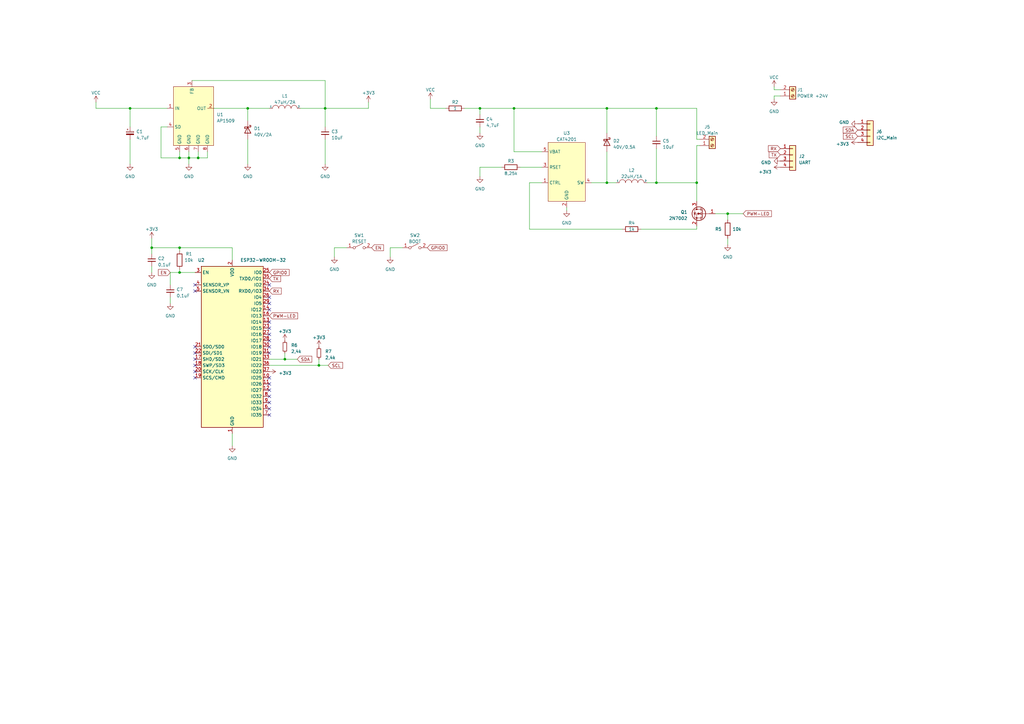
<source format=kicad_sch>
(kicad_sch (version 20210615) (generator eeschema)
  (paper "A3")
  (title_block (date "2021-05-10"))
  (lib_symbols
    (symbol "Connector:Screw_Terminal_01x02" (pin_names (offset 1.016) hide)
      (property "Reference" "J" (at 0 2.54 0))
      (property "Value" "Screw_Terminal_01x02" (at 0 -5.08 0))
      (symbol "Screw_Terminal_01x02_1_1"
        (circle (center 0 -2.54) (radius 0.635) (stroke (width 0.1524)))
        (circle (center 0 0) (radius 0.635) (stroke (width 0.1524)))
        (rectangle (start -1.27 1.27) (end 1.27 -3.81) (stroke (width 0.254)) (fill (type background)))
        (polyline (pts (xy -0.5334 -2.2098) (xy 0.3302 -3.048)) (stroke (width 0.1524)))
        (polyline (pts (xy -0.5334 0.3302) (xy 0.3302 -0.508)) (stroke (width 0.1524)))
        (polyline (pts (xy -0.3556 -2.032) (xy 0.508 -2.8702)) (stroke (width 0.1524)))
        (polyline (pts (xy -0.3556 0.508) (xy 0.508 -0.3302)) (stroke (width 0.1524)))
        (pin passive line (at -5.08 0 0) (length 3.81) (name "Pin_1") (number "1"))
        (pin passive line (at -5.08 -2.54 0) (length 3.81) (name "Pin_2") (number "2"))
      )
    )
    (symbol "Connector_Generic:Conn_01x04" (pin_names (offset 1.016) hide)
      (property "Reference" "J" (at 0 5.08 0))
      (property "Value" "Conn_01x04" (at 0 -7.62 0))
      (symbol "Conn_01x04_1_1"
        (rectangle (start -1.27 -4.953) (end 0 -5.207) (stroke (width 0.1524)))
        (rectangle (start -1.27 -2.413) (end 0 -2.667) (stroke (width 0.1524)))
        (rectangle (start -1.27 0.127) (end 0 -0.127) (stroke (width 0.1524)))
        (rectangle (start -1.27 2.667) (end 0 2.413) (stroke (width 0.1524)))
        (rectangle (start -1.27 3.81) (end 1.27 -6.35) (stroke (width 0.254)) (fill (type background)))
        (pin passive line (at -5.08 2.54 0) (length 3.81) (name "Pin_1") (number "1"))
        (pin passive line (at -5.08 0 0) (length 3.81) (name "Pin_2") (number "2"))
        (pin passive line (at -5.08 -2.54 0) (length 3.81) (name "Pin_3") (number "3"))
        (pin passive line (at -5.08 -5.08 0) (length 3.81) (name "Pin_4") (number "4"))
      )
    )
    (symbol "Device:C_Polarized_Small" (pin_numbers hide) (pin_names (offset 0.254) hide)
      (property "Reference" "C" (at 0.254 1.778 0))
      (property "Value" "C_Polarized_Small" (at 0.254 -2.032 0))
      (symbol "C_Polarized_Small_0_1"
        (rectangle (start -1.524 0.6858) (end 1.524 0.3048))
        (rectangle (start -1.524 -0.3048) (end 1.524 -0.6858) (fill (type outline)))
        (polyline (pts (xy -1.27 1.524) (xy -0.762 1.524)))
        (polyline (pts (xy -1.016 1.27) (xy -1.016 1.778)))
      )
      (symbol "C_Polarized_Small_1_1"
        (pin passive line (at 0 2.54 270) (length 1.8542) (name "~") (number "1"))
        (pin passive line (at 0 -2.54 90) (length 1.8542) (name "~") (number "2"))
      )
    )
    (symbol "Device:C_Small" (pin_numbers hide) (pin_names (offset 0.254) hide)
      (property "Reference" "C" (at 0.254 1.778 0))
      (property "Value" "C_Small" (at 0.254 -2.032 0))
      (symbol "C_Small_0_1"
        (polyline (pts (xy -1.524 -0.508) (xy 1.524 -0.508)) (stroke (width 0.3302)))
        (polyline (pts (xy -1.524 0.508) (xy 1.524 0.508)) (stroke (width 0.3048)))
      )
      (symbol "C_Small_1_1"
        (pin passive line (at 0 2.54 270) (length 2.032) (name "~") (number "1"))
        (pin passive line (at 0 -2.54 90) (length 2.032) (name "~") (number "2"))
      )
    )
    (symbol "Device:D_Schottky" (pin_numbers hide) (pin_names (offset 1.016) hide)
      (property "Reference" "D" (at 0 2.54 0))
      (property "Value" "D_Schottky" (at 0 -2.54 0))
      (symbol "D_Schottky_0_1"
        (polyline (pts (xy 1.27 0) (xy -1.27 0)))
        (polyline (pts (xy 1.27 1.27) (xy 1.27 -1.27) (xy -1.27 0) (xy 1.27 1.27)) (stroke (width 0.254)))
        (polyline (pts (xy -1.905 0.635) (xy -1.905 1.27) (xy -1.27 1.27) (xy -1.27 -1.27) (xy -0.635 -1.27) (xy -0.635 -0.635)) (stroke (width 0.254)))
      )
      (symbol "D_Schottky_1_1"
        (pin passive line (at -3.81 0 0) (length 2.54) (name "K") (number "1"))
        (pin passive line (at 3.81 0 180) (length 2.54) (name "A") (number "2"))
      )
    )
    (symbol "Device:R" (pin_numbers hide) (pin_names (offset 0))
      (property "Reference" "R" (at 2.032 0 90))
      (property "Value" "R" (at 0 0 90))
      (symbol "R_0_1"
        (rectangle (start -1.016 -2.54) (end 1.016 2.54) (stroke (width 0.254)))
      )
      (symbol "R_1_1"
        (pin passive line (at 0 3.81 270) (length 1.27) (name "~") (number "1"))
        (pin passive line (at 0 -3.81 90) (length 1.27) (name "~") (number "2"))
      )
    )
    (symbol "Device:R_Small" (pin_numbers hide) (pin_names (offset 0.254) hide)
      (property "Reference" "R" (at 0.762 0.508 0))
      (property "Value" "R_Small" (at 0.762 -1.016 0))
      (symbol "R_Small_0_1"
        (rectangle (start -0.762 1.778) (end 0.762 -1.778) (stroke (width 0.2032)))
      )
      (symbol "R_Small_1_1"
        (pin passive line (at 0 2.54 270) (length 0.762) (name "~") (number "1"))
        (pin passive line (at 0 -2.54 90) (length 0.762) (name "~") (number "2"))
      )
    )
    (symbol "Fred:AP1509"
      (property "Reference" "U" (at 1.27 25.4 0))
      (property "Value" "AP1509" (at 17.78 25.4 0))
      (symbol "AP1509_0_1"
        (rectangle (start 1.27 24.13) (end 17.78 0) (stroke (width 0.1524)) (fill (type background)))
      )
      (symbol "AP1509_1_1"
        (pin input line (at -1.27 15.24 0) (length 2.54) (name "IN") (number "1"))
        (pin input line (at 17.78 15.24 180) (length 2.54) (name "OUT") (number "2"))
        (pin input line (at 8.89 26.67 270) (length 2.54) (name "FB") (number "3"))
        (pin input line (at -1.27 7.62 0) (length 2.54) (name "SD") (number "4"))
        (pin input line (at 3.81 -2.54 90) (length 2.54) (name "GND") (number "5"))
        (pin input line (at 7.62 -2.54 90) (length 2.54) (name "GND") (number "6"))
        (pin input line (at 11.43 -2.54 90) (length 2.54) (name "GND") (number "7"))
        (pin input line (at 15.24 -2.54 90) (length 2.54) (name "GND") (number "8"))
      )
    )
    (symbol "Fred:CAT4201"
      (property "Reference" "U" (at 0 25.4 0))
      (property "Value" "CAT4201" (at 15.24 25.4 0))
      (symbol "CAT4201_0_1"
        (rectangle (start 0 0) (end 15.24 24.13) (stroke (width 0.1524)) (fill (type background)))
      )
      (symbol "CAT4201_1_1"
        (pin input line (at -2.54 7.62 0) (length 2.54) (name "CTRL") (number "1"))
        (pin input line (at 7.62 -2.54 90) (length 2.54) (name "GND") (number "2"))
        (pin input line (at -2.54 13.97 0) (length 2.54) (name "RSET") (number "3"))
        (pin input line (at 17.78 7.62 180) (length 2.54) (name "SW") (number "4"))
        (pin input line (at -2.54 20.32 0) (length 2.54) (name "VBAT") (number "5"))
      )
    )
    (symbol "RF_Module:ESP32-WROOM-32"
      (property "Reference" "U" (at -12.7 34.29 0))
      (property "Value" "ESP32-WROOM-32" (at 1.27 34.29 0))
      (symbol "ESP32-WROOM-32_0_1"
        (rectangle (start -12.7 33.02) (end 12.7 -33.02) (stroke (width 0.254)) (fill (type background)))
      )
      (symbol "ESP32-WROOM-32_1_1"
        (pin power_in line (at 0 -35.56 90) (length 2.54) (name "GND") (number "1"))
        (pin bidirectional line (at 15.24 -12.7 180) (length 2.54) (name "IO25") (number "10"))
        (pin bidirectional line (at 15.24 -15.24 180) (length 2.54) (name "IO26") (number "11"))
        (pin bidirectional line (at 15.24 -17.78 180) (length 2.54) (name "IO27") (number "12"))
        (pin bidirectional line (at 15.24 10.16 180) (length 2.54) (name "IO14") (number "13"))
        (pin bidirectional line (at 15.24 15.24 180) (length 2.54) (name "IO12") (number "14"))
        (pin passive line (at 0 -35.56 90) (length 2.54) hide (name "GND") (number "15"))
        (pin bidirectional line (at 15.24 12.7 180) (length 2.54) (name "IO13") (number "16"))
        (pin bidirectional line (at -15.24 -5.08 0) (length 2.54) (name "SHD/SD2") (number "17"))
        (pin bidirectional line (at -15.24 -7.62 0) (length 2.54) (name "SWP/SD3") (number "18"))
        (pin bidirectional line (at -15.24 -12.7 0) (length 2.54) (name "SCS/CMD") (number "19"))
        (pin power_in line (at 0 35.56 270) (length 2.54) (name "VDD") (number "2"))
        (pin bidirectional line (at -15.24 -10.16 0) (length 2.54) (name "SCK/CLK") (number "20"))
        (pin bidirectional line (at -15.24 0 0) (length 2.54) (name "SDO/SD0") (number "21"))
        (pin bidirectional line (at -15.24 -2.54 0) (length 2.54) (name "SDI/SD1") (number "22"))
        (pin bidirectional line (at 15.24 7.62 180) (length 2.54) (name "IO15") (number "23"))
        (pin bidirectional line (at 15.24 25.4 180) (length 2.54) (name "IO2") (number "24"))
        (pin bidirectional line (at 15.24 30.48 180) (length 2.54) (name "IO0") (number "25"))
        (pin bidirectional line (at 15.24 20.32 180) (length 2.54) (name "IO4") (number "26"))
        (pin bidirectional line (at 15.24 5.08 180) (length 2.54) (name "IO16") (number "27"))
        (pin bidirectional line (at 15.24 2.54 180) (length 2.54) (name "IO17") (number "28"))
        (pin bidirectional line (at 15.24 17.78 180) (length 2.54) (name "IO5") (number "29"))
        (pin input line (at -15.24 30.48 0) (length 2.54) (name "EN") (number "3"))
        (pin bidirectional line (at 15.24 0 180) (length 2.54) (name "IO18") (number "30"))
        (pin bidirectional line (at 15.24 -2.54 180) (length 2.54) (name "IO19") (number "31"))
        (pin no_connect line (at -12.7 -27.94 0) (length 2.54) hide (name "NC") (number "32"))
        (pin bidirectional line (at 15.24 -5.08 180) (length 2.54) (name "IO21") (number "33"))
        (pin bidirectional line (at 15.24 22.86 180) (length 2.54) (name "RXD0/IO3") (number "34"))
        (pin bidirectional line (at 15.24 27.94 180) (length 2.54) (name "TXD0/IO1") (number "35"))
        (pin bidirectional line (at 15.24 -7.62 180) (length 2.54) (name "IO22") (number "36"))
        (pin bidirectional line (at 15.24 -10.16 180) (length 2.54) (name "IO23") (number "37"))
        (pin passive line (at 0 -35.56 90) (length 2.54) hide (name "GND") (number "38"))
        (pin passive line (at 0 -35.56 90) (length 2.54) hide (name "GND") (number "39"))
        (pin input line (at -15.24 25.4 0) (length 2.54) (name "SENSOR_VP") (number "4"))
        (pin input line (at -15.24 22.86 0) (length 2.54) (name "SENSOR_VN") (number "5"))
        (pin input line (at 15.24 -25.4 180) (length 2.54) (name "IO34") (number "6"))
        (pin input line (at 15.24 -27.94 180) (length 2.54) (name "IO35") (number "7"))
        (pin bidirectional line (at 15.24 -20.32 180) (length 2.54) (name "IO32") (number "8"))
        (pin bidirectional line (at 15.24 -22.86 180) (length 2.54) (name "IO33") (number "9"))
      )
    )
    (symbol "Switch:SW_SPST" (pin_names (offset 0) hide)
      (property "Reference" "SW" (at 0 3.175 0))
      (property "Value" "SW_SPST" (at 0 -2.54 0))
      (symbol "SW_SPST_0_0"
        (circle (center -2.032 0) (radius 0.508))
        (circle (center 2.032 0) (radius 0.508))
        (polyline (pts (xy -1.524 0.254) (xy 1.524 1.778)))
      )
      (symbol "SW_SPST_1_1"
        (pin passive line (at -5.08 0 0) (length 2.54) (name "A") (number "1"))
        (pin passive line (at 5.08 0 180) (length 2.54) (name "B") (number "2"))
      )
    )
    (symbol "Transistor_FET:2N7002" (pin_names hide)
      (property "Reference" "Q" (at 5.08 1.905 0))
      (property "Value" "2N7002" (at 5.08 0 0))
      (symbol "2N7002_0_1"
        (circle (center 1.651 0) (radius 2.794) (stroke (width 0.254)))
        (circle (center 2.54 -1.778) (radius 0.254) (fill (type outline)))
        (circle (center 2.54 1.778) (radius 0.254) (fill (type outline)))
        (polyline (pts (xy 0.254 0) (xy -2.54 0)))
        (polyline (pts (xy 0.254 1.905) (xy 0.254 -1.905)) (stroke (width 0.254)))
        (polyline (pts (xy 0.762 -1.27) (xy 0.762 -2.286)) (stroke (width 0.254)))
        (polyline (pts (xy 0.762 0.508) (xy 0.762 -0.508)) (stroke (width 0.254)))
        (polyline (pts (xy 0.762 2.286) (xy 0.762 1.27)) (stroke (width 0.254)))
        (polyline (pts (xy 2.54 2.54) (xy 2.54 1.778)))
        (polyline (pts (xy 2.54 -2.54) (xy 2.54 0) (xy 0.762 0)))
        (polyline (pts (xy 0.762 -1.778) (xy 3.302 -1.778) (xy 3.302 1.778) (xy 0.762 1.778)))
        (polyline (pts (xy 2.794 0.508) (xy 2.921 0.381) (xy 3.683 0.381) (xy 3.81 0.254)))
        (polyline (pts (xy 3.302 0.381) (xy 2.921 -0.254) (xy 3.683 -0.254) (xy 3.302 0.381)))
        (polyline (pts (xy 1.016 0) (xy 2.032 0.381) (xy 2.032 -0.381) (xy 1.016 0)) (fill (type outline)))
      )
      (symbol "2N7002_1_1"
        (pin input line (at -5.08 0 0) (length 2.54) (name "G") (number "1"))
        (pin passive line (at 2.54 -5.08 90) (length 2.54) (name "S") (number "2"))
        (pin passive line (at 2.54 5.08 270) (length 2.54) (name "D") (number "3"))
      )
    )
    (symbol "power:+3V3" (power) (pin_names (offset 0))
      (property "Value" "+3V3" (at 0 3.556 0))
      (symbol "+3V3_0_1"
        (polyline (pts (xy -0.762 1.27) (xy 0 2.54)))
        (polyline (pts (xy 0 0) (xy 0 2.54)))
        (polyline (pts (xy 0 2.54) (xy 0.762 1.27)))
      )
      (symbol "+3V3_1_1"
        (pin power_in line (at 0 0 90) (length 0) hide (name "+3V3") (number "1"))
      )
    )
    (symbol "power:GND" (power) (pin_names (offset 0))
      (property "Value" "GND" (at 0 -3.81 0))
      (symbol "GND_0_1"
        (polyline (pts (xy 0 0) (xy 0 -1.27) (xy 1.27 -1.27) (xy 0 -2.54) (xy -1.27 -1.27) (xy 0 -1.27)))
      )
      (symbol "GND_1_1"
        (pin power_in line (at 0 0 270) (length 0) hide (name "GND") (number "1"))
      )
    )
    (symbol "power:VCC" (power) (pin_names (offset 0))
      (property "Value" "VCC" (at 0 3.81 0))
      (symbol "VCC_0_1"
        (polyline (pts (xy -0.762 1.27) (xy 0 2.54)))
        (polyline (pts (xy 0 0) (xy 0 2.54)))
        (polyline (pts (xy 0 2.54) (xy 0.762 1.27)))
      )
      (symbol "VCC_1_1"
        (pin power_in line (at 0 0 90) (length 0) hide (name "VCC") (number "1"))
      )
    )
    (symbol "pspice:INDUCTOR" (pin_numbers hide) (pin_names (offset 0))
      (property "Reference" "L" (at 0 2.54 0))
      (property "Value" "INDUCTOR" (at 0 -1.27 0))
      (symbol "INDUCTOR_0_1"
        (arc (start -2.54 0) (end -5.08 0) (radius (at -3.81 0) (length 1.27) (angles 0.1 179.9)))
        (arc (start 0 0) (end -2.54 0) (radius (at -1.27 0) (length 1.27) (angles 0.1 179.9)))
        (arc (start 2.54 0) (end 0 0) (radius (at 1.27 0) (length 1.27) (angles 0.1 179.9)))
        (arc (start 5.08 0) (end 2.54 0) (radius (at 3.81 0) (length 1.27) (angles 0.1 179.9)))
      )
      (symbol "INDUCTOR_1_1"
        (pin input line (at -6.35 0 0) (length 1.27) (name "1") (number "1"))
        (pin input line (at 6.35 0 180) (length 1.27) (name "2") (number "2"))
      )
    )
  )
  (junction (at 53.34 44.45) (diameter 0.9144))
  (junction (at 62.23 101.6) (diameter 0.9144))
  (junction (at 73.66 64.77) (diameter 0.9144))
  (junction (at 73.66 101.6) (diameter 0.9144))
  (junction (at 73.66 111.76) (diameter 0.9144))
  (junction (at 77.47 64.77) (diameter 0.9144))
  (junction (at 81.28 64.77) (diameter 0.9144))
  (junction (at 101.6 44.45) (diameter 0.9144))
  (junction (at 116.84 147.32) (diameter 0.9144))
  (junction (at 130.81 149.86) (diameter 0.9144))
  (junction (at 133.35 44.45) (diameter 0.9144))
  (junction (at 196.85 44.45) (diameter 0.9144))
  (junction (at 210.82 44.45) (diameter 0.9144))
  (junction (at 248.92 44.45) (diameter 0.9144))
  (junction (at 248.92 74.93) (diameter 0.9144))
  (junction (at 269.24 44.45) (diameter 0.9144))
  (junction (at 269.24 74.93) (diameter 0.9144))
  (junction (at 285.75 74.93) (diameter 0.9144))
  (junction (at 298.45 87.63) (diameter 0.9144))
  (no_connect (at 80.01 116.84))
  (no_connect (at 80.01 119.38))
  (no_connect (at 80.01 142.24))
  (no_connect (at 80.01 144.78))
  (no_connect (at 80.01 147.32))
  (no_connect (at 80.01 149.86))
  (no_connect (at 80.01 152.4))
  (no_connect (at 80.01 154.94))
  (no_connect (at 110.49 116.84))
  (no_connect (at 110.49 121.92))
  (no_connect (at 110.49 124.46))
  (no_connect (at 110.49 127))
  (no_connect (at 110.49 132.08))
  (no_connect (at 110.49 134.62))
  (no_connect (at 110.49 137.16))
  (no_connect (at 110.49 139.7))
  (no_connect (at 110.49 142.24))
  (no_connect (at 110.49 144.78))
  (no_connect (at 110.49 154.94))
  (no_connect (at 110.49 157.48))
  (no_connect (at 110.49 160.02))
  (no_connect (at 110.49 162.56))
  (no_connect (at 110.49 165.1))
  (no_connect (at 110.49 167.64))
  (no_connect (at 110.49 170.18))
  (wire (pts (xy 39.37 41.91) (xy 39.37 44.45)))
  (wire (pts (xy 39.37 44.45) (xy 53.34 44.45)))
  (wire (pts (xy 53.34 44.45) (xy 53.34 52.07)))
  (wire (pts (xy 53.34 57.15) (xy 53.34 67.31)))
  (wire (pts (xy 62.23 97.79) (xy 62.23 101.6)))
  (wire (pts (xy 62.23 101.6) (xy 62.23 104.14)))
  (wire (pts (xy 62.23 109.22) (xy 62.23 111.76)))
  (wire (pts (xy 66.04 52.07) (xy 66.04 64.77)))
  (wire (pts (xy 66.04 64.77) (xy 73.66 64.77)))
  (wire (pts (xy 68.58 44.45) (xy 53.34 44.45)))
  (wire (pts (xy 68.58 52.07) (xy 66.04 52.07)))
  (wire (pts (xy 69.85 111.76) (xy 73.66 111.76)))
  (wire (pts (xy 69.85 116.84) (xy 69.85 111.76)))
  (wire (pts (xy 69.85 121.92) (xy 69.85 124.46)))
  (wire (pts (xy 73.66 62.23) (xy 73.66 64.77)))
  (wire (pts (xy 73.66 64.77) (xy 77.47 64.77)))
  (wire (pts (xy 73.66 101.6) (xy 62.23 101.6)))
  (wire (pts (xy 73.66 102.87) (xy 73.66 101.6)))
  (wire (pts (xy 73.66 111.76) (xy 73.66 110.49)))
  (wire (pts (xy 77.47 62.23) (xy 77.47 64.77)))
  (wire (pts (xy 77.47 64.77) (xy 77.47 67.31)))
  (wire (pts (xy 77.47 64.77) (xy 81.28 64.77)))
  (wire (pts (xy 78.74 33.02) (xy 133.35 33.02)))
  (wire (pts (xy 80.01 111.76) (xy 73.66 111.76)))
  (wire (pts (xy 81.28 62.23) (xy 81.28 64.77)))
  (wire (pts (xy 85.09 62.23) (xy 85.09 64.77)))
  (wire (pts (xy 85.09 64.77) (xy 81.28 64.77)))
  (wire (pts (xy 87.63 44.45) (xy 101.6 44.45)))
  (wire (pts (xy 95.25 101.6) (xy 73.66 101.6)))
  (wire (pts (xy 95.25 106.68) (xy 95.25 101.6)))
  (wire (pts (xy 95.25 177.8) (xy 95.25 182.88)))
  (wire (pts (xy 101.6 44.45) (xy 101.6 49.53)))
  (wire (pts (xy 101.6 44.45) (xy 110.49 44.45)))
  (wire (pts (xy 101.6 57.15) (xy 101.6 67.31)))
  (wire (pts (xy 110.49 147.32) (xy 116.84 147.32)))
  (wire (pts (xy 110.49 149.86) (xy 130.81 149.86)))
  (wire (pts (xy 116.84 144.78) (xy 116.84 147.32)))
  (wire (pts (xy 116.84 147.32) (xy 121.92 147.32)))
  (wire (pts (xy 123.19 44.45) (xy 133.35 44.45)))
  (wire (pts (xy 130.81 147.32) (xy 130.81 149.86)))
  (wire (pts (xy 130.81 149.86) (xy 134.62 149.86)))
  (wire (pts (xy 133.35 33.02) (xy 133.35 44.45)))
  (wire (pts (xy 133.35 44.45) (xy 133.35 52.07)))
  (wire (pts (xy 133.35 57.15) (xy 133.35 67.31)))
  (wire (pts (xy 137.16 101.6) (xy 142.24 101.6)))
  (wire (pts (xy 137.16 105.41) (xy 137.16 101.6)))
  (wire (pts (xy 151.13 41.91) (xy 151.13 44.45)))
  (wire (pts (xy 151.13 44.45) (xy 133.35 44.45)))
  (wire (pts (xy 160.02 101.6) (xy 165.1 101.6)))
  (wire (pts (xy 160.02 105.41) (xy 160.02 101.6)))
  (wire (pts (xy 176.53 40.64) (xy 176.53 44.45)))
  (wire (pts (xy 176.53 44.45) (xy 182.88 44.45)))
  (wire (pts (xy 190.5 44.45) (xy 196.85 44.45)))
  (wire (pts (xy 196.85 44.45) (xy 196.85 46.99)))
  (wire (pts (xy 196.85 52.07) (xy 196.85 54.61)))
  (wire (pts (xy 196.85 68.58) (xy 196.85 72.39)))
  (wire (pts (xy 196.85 68.58) (xy 205.74 68.58)))
  (wire (pts (xy 210.82 44.45) (xy 196.85 44.45)))
  (wire (pts (xy 210.82 62.23) (xy 210.82 44.45)))
  (wire (pts (xy 213.36 68.58) (xy 222.25 68.58)))
  (wire (pts (xy 217.17 74.93) (xy 222.25 74.93)))
  (wire (pts (xy 217.17 93.98) (xy 217.17 74.93)))
  (wire (pts (xy 222.25 62.23) (xy 210.82 62.23)))
  (wire (pts (xy 232.41 85.09) (xy 232.41 86.36)))
  (wire (pts (xy 242.57 74.93) (xy 248.92 74.93)))
  (wire (pts (xy 248.92 44.45) (xy 210.82 44.45)))
  (wire (pts (xy 248.92 44.45) (xy 269.24 44.45)))
  (wire (pts (xy 248.92 54.61) (xy 248.92 44.45)))
  (wire (pts (xy 248.92 74.93) (xy 248.92 62.23)))
  (wire (pts (xy 248.92 74.93) (xy 252.73 74.93)))
  (wire (pts (xy 255.27 93.98) (xy 217.17 93.98)))
  (wire (pts (xy 265.43 74.93) (xy 269.24 74.93)))
  (wire (pts (xy 269.24 44.45) (xy 285.75 44.45)))
  (wire (pts (xy 269.24 55.88) (xy 269.24 44.45)))
  (wire (pts (xy 269.24 60.96) (xy 269.24 74.93)))
  (wire (pts (xy 269.24 74.93) (xy 285.75 74.93)))
  (wire (pts (xy 285.75 44.45) (xy 285.75 57.15)))
  (wire (pts (xy 285.75 59.69) (xy 285.75 74.93)))
  (wire (pts (xy 285.75 74.93) (xy 285.75 82.55)))
  (wire (pts (xy 285.75 92.71) (xy 285.75 93.98)))
  (wire (pts (xy 285.75 93.98) (xy 262.89 93.98)))
  (wire (pts (xy 287.02 57.15) (xy 285.75 57.15)))
  (wire (pts (xy 287.02 59.69) (xy 285.75 59.69)))
  (wire (pts (xy 293.37 87.63) (xy 298.45 87.63)))
  (wire (pts (xy 298.45 87.63) (xy 298.45 90.17)))
  (wire (pts (xy 298.45 87.63) (xy 304.8 87.63)))
  (wire (pts (xy 298.45 97.79) (xy 298.45 100.33)))
  (wire (pts (xy 317.5 36.83) (xy 317.5 35.56)))
  (wire (pts (xy 317.5 39.37) (xy 320.04 39.37)))
  (wire (pts (xy 317.5 40.64) (xy 317.5 39.37)))
  (wire (pts (xy 320.04 36.83) (xy 317.5 36.83)))
  (global_label "EN" (shape input) (at 69.85 111.76 180) (property "Intersheet References" "${INTERSHEET_REFS}" (effects hide)))
  (global_label "GPIO0" (shape input) (at 110.49 111.76 0) (property "Intersheet References" "${INTERSHEET_REFS}" (effects hide)))
  (global_label "TX" (shape input) (at 110.49 114.3 0) (property "Intersheet References" "${INTERSHEET_REFS}" (effects hide)))
  (global_label "RX" (shape input) (at 110.49 119.38 0) (property "Intersheet References" "${INTERSHEET_REFS}" (effects hide)))
  (global_label "PWM-LED" (shape input) (at 110.49 129.54 0) (property "Intersheet References" "${INTERSHEET_REFS}" (effects hide)))
  (global_label "SDA" (shape input) (at 121.92 147.32 0) (property "Intersheet References" "${INTERSHEET_REFS}" (effects hide)))
  (global_label "SCL" (shape input) (at 134.62 149.86 0) (property "Intersheet References" "${INTERSHEET_REFS}" (effects hide)))
  (global_label "EN" (shape input) (at 152.4 101.6 0) (property "Intersheet References" "${INTERSHEET_REFS}" (effects hide)))
  (global_label "GPIO0" (shape input) (at 175.26 101.6 0) (property "Intersheet References" "${INTERSHEET_REFS}" (effects hide)))
  (global_label "PWM-LED" (shape input) (at 304.8 87.63 0) (property "Intersheet References" "${INTERSHEET_REFS}" (effects hide)))
  (global_label "RX" (shape input) (at 320.04 60.96 180) (property "Intersheet References" "${INTERSHEET_REFS}" (effects hide)))
  (global_label "TX" (shape input) (at 320.04 63.5 180) (property "Intersheet References" "${INTERSHEET_REFS}" (effects hide)))
  (global_label "SDA" (shape input) (at 351.79 53.34 180) (property "Intersheet References" "${INTERSHEET_REFS}" (effects hide)))
  (global_label "SCL" (shape input) (at 351.79 55.88 180) (property "Intersheet References" "${INTERSHEET_REFS}" (effects hide)))
  (symbol (lib_id "power:VCC") (at 39.37 41.91 0) (unit 1)
    (property "Reference" "#PWR0106" (effects hide))
    (property "Value" "VCC" (at 39.37 38.1 0))
  )
  (symbol (lib_id "power:+3V3") (at 62.23 97.79 0) (unit 1)
    (property "Reference" "#PWR0105" (effects hide))
    (property "Value" "+3V3" (at 62.23 93.98 0))
  )
  (symbol (lib_id "power:+3V3") (at 110.49 152.4 270) (unit 1)
    (property "Reference" "#PWR0115" (effects hide))
    (property "Value" "+3V3" (at 114.3 153.0349 90) (effects (justify left)))
  )
  (symbol (lib_id "power:+3V3") (at 116.84 139.7 0) (unit 1)
    (property "Reference" "#PWR08" (effects hide))
    (property "Value" "+3V3" (at 116.84 135.89 0))
  )
  (symbol (lib_id "power:+3V3") (at 130.81 142.24 0) (unit 1)
    (property "Reference" "#PWR09" (effects hide))
    (property "Value" "+3V3" (at 130.81 138.43 0))
  )
  (symbol (lib_id "power:+3V3") (at 151.13 41.91 0) (unit 1)
    (property "Reference" "#PWR0104" (effects hide))
    (property "Value" "+3V3" (at 151.13 38.1 0))
  )
  (symbol (lib_id "power:VCC") (at 176.53 40.64 0) (unit 1)
    (property "Reference" "#PWR0103" (effects hide))
    (property "Value" "VCC" (at 176.53 36.83 0))
  )
  (symbol (lib_id "power:VCC") (at 317.5 35.56 0) (unit 1)
    (property "Reference" "#PWR04" (effects hide))
    (property "Value" "VCC" (at 317.5 31.75 0))
  )
  (symbol (lib_id "power:+3V3") (at 320.04 68.58 90) (unit 1)
    (property "Reference" "#PWR07" (effects hide))
    (property "Value" "+3V3" (at 311.15 70.4849 90) (effects (justify right)))
  )
  (symbol (lib_id "power:+3V3") (at 351.79 58.42 90) (unit 1)
    (property "Reference" "#PWR015" (effects hide))
    (property "Value" "+3V3" (at 342.9 59.0549 90) (effects (justify right)))
  )
  (symbol (lib_id "power:GND") (at 53.34 67.31 0) (unit 1)
    (property "Reference" "#PWR0107" (effects hide))
    (property "Value" "GND" (at 53.34 72.39 0))
  )
  (symbol (lib_id "power:GND") (at 62.23 111.76 0) (unit 1)
    (property "Reference" "#PWR0109" (effects hide))
    (property "Value" "GND" (at 62.23 116.84 0))
  )
  (symbol (lib_id "power:GND") (at 69.85 124.46 0) (unit 1)
    (property "Reference" "#PWR01" (effects hide))
    (property "Value" "GND" (at 69.85 129.54 0))
  )
  (symbol (lib_id "power:GND") (at 77.47 67.31 0) (unit 1)
    (property "Reference" "#PWR0108" (effects hide))
    (property "Value" "GND" (at 77.47 72.39 0))
  )
  (symbol (lib_id "power:GND") (at 95.25 182.88 0) (unit 1)
    (property "Reference" "#PWR0110" (effects hide))
    (property "Value" "GND" (at 95.25 187.96 0))
  )
  (symbol (lib_id "power:GND") (at 101.6 67.31 0) (unit 1)
    (property "Reference" "#PWR0101" (effects hide))
    (property "Value" "GND" (at 101.6 72.39 0))
  )
  (symbol (lib_id "power:GND") (at 133.35 67.31 0) (unit 1)
    (property "Reference" "#PWR0102" (effects hide))
    (property "Value" "GND" (at 133.35 72.39 0))
  )
  (symbol (lib_id "power:GND") (at 137.16 105.41 0) (unit 1)
    (property "Reference" "#PWR02" (effects hide))
    (property "Value" "GND" (at 137.16 110.49 0))
  )
  (symbol (lib_id "power:GND") (at 160.02 105.41 0) (unit 1)
    (property "Reference" "#PWR03" (effects hide))
    (property "Value" "GND" (at 160.02 110.49 0))
  )
  (symbol (lib_id "power:GND") (at 196.85 54.61 0) (unit 1)
    (property "Reference" "#PWR0112" (effects hide))
    (property "Value" "GND" (at 196.85 59.69 0))
  )
  (symbol (lib_id "power:GND") (at 196.85 72.39 0) (unit 1)
    (property "Reference" "#PWR0111" (effects hide))
    (property "Value" "GND" (at 196.85 77.47 0))
  )
  (symbol (lib_id "power:GND") (at 232.41 86.36 0) (unit 1)
    (property "Reference" "#PWR0113" (effects hide))
    (property "Value" "GND" (at 232.41 91.44 0))
  )
  (symbol (lib_id "power:GND") (at 298.45 100.33 0) (unit 1)
    (property "Reference" "#PWR0114" (effects hide))
    (property "Value" "GND" (at 298.45 105.41 0))
  )
  (symbol (lib_id "power:GND") (at 317.5 40.64 0) (unit 1)
    (property "Reference" "#PWR05" (effects hide))
    (property "Value" "GND" (at 317.5 45.72 0))
  )
  (symbol (lib_id "power:GND") (at 320.04 66.04 270) (unit 1)
    (property "Reference" "#PWR06" (effects hide))
    (property "Value" "GND" (at 316.23 66.6749 90) (effects (justify right)))
  )
  (symbol (lib_id "power:GND") (at 351.79 50.8 270) (unit 1)
    (property "Reference" "#PWR014" (effects hide))
    (property "Value" "GND" (at 344.17 50.1649 90) (effects (justify left)))
  )
  (symbol (lib_id "Device:R_Small") (at 116.84 142.24 0) (unit 1)
    (property "Reference" "R6" (at 119.38 141.6049 0) (effects (justify left)))
    (property "Value" "2,4k" (at 119.38 144.1449 0) (effects (justify left)))
    (property "Footprint" "Resistor_SMD:R_0603_1608Metric_Pad0.98x0.95mm_HandSolder" (effects hide))
    (property "PARTREV" "XXX" (effects hide))
  )
  (symbol (lib_id "Device:R_Small") (at 130.81 144.78 0) (unit 1)
    (property "Reference" "R7" (at 133.35 144.1449 0) (effects (justify left)))
    (property "Value" "2,4k" (at 133.35 146.6849 0) (effects (justify left)))
    (property "Footprint" "Resistor_SMD:R_0603_1608Metric_Pad0.98x0.95mm_HandSolder" (effects hide))
    (property "PARTREV" "XXX" (effects hide))
  )
  (symbol (lib_id "Device:C_Polarized_Small") (at 53.34 54.61 0) (unit 1)
    (property "Reference" "C1" (at 55.88 53.9749 0) (effects (justify left)))
    (property "Value" "4,7uF" (at 55.88 56.5149 0) (effects (justify left)))
    (property "Footprint" "Capacitor_SMD:CP_Elec_5x5.3" (effects hide))
    (property "PARTREV" "XXX" (effects hide))
  )
  (symbol (lib_id "Device:R") (at 73.66 106.68 180) (unit 1)
    (property "Reference" "R1" (at 77.47 104.14 0))
    (property "Value" "10k" (at 77.47 106.68 0))
    (property "Footprint" "Resistor_SMD:R_0603_1608Metric_Pad0.98x0.95mm_HandSolder" (effects hide))
    (property "PARTREV" "XXX" (effects hide))
  )
  (symbol (lib_id "Device:R") (at 186.69 44.45 90) (unit 1)
    (property "Reference" "R2" (at 186.69 41.91 90))
    (property "Value" "1" (at 186.69 44.45 90))
    (property "Footprint" "Resistor_SMD:R_0603_1608Metric_Pad0.98x0.95mm_HandSolder" (effects hide))
    (property "PARTREV" "XXX" (effects hide))
  )
  (symbol (lib_id "Device:R") (at 209.55 68.58 90) (unit 1)
    (property "Reference" "R3" (at 209.55 66.04 90))
    (property "Value" "8,25k" (at 209.55 71.12 90))
    (property "Footprint" "Resistor_SMD:R_0603_1608Metric_Pad0.98x0.95mm_HandSolder" (effects hide))
    (property "PARTREV" "XXX" (effects hide))
  )
  (symbol (lib_id "Device:R") (at 259.08 93.98 90) (unit 1)
    (property "Reference" "R4" (at 259.08 91.44 90))
    (property "Value" "1k" (at 259.08 93.98 90))
    (property "Footprint" "Resistor_SMD:R_0603_1608Metric_Pad0.98x0.95mm_HandSolder" (effects hide))
    (property "PARTREV" "XXX" (effects hide))
  )
  (symbol (lib_id "Device:R") (at 298.45 93.98 180) (unit 1)
    (property "Reference" "R5" (at 294.64 93.98 0))
    (property "Value" "10k" (at 302.26 93.98 0))
    (property "Footprint" "Resistor_SMD:R_0603_1608Metric_Pad0.98x0.95mm_HandSolder" (effects hide))
    (property "PARTREV" "XXX" (effects hide))
  )
  (symbol (lib_id "Device:C_Small") (at 62.23 106.68 0) (unit 1)
    (property "Reference" "C2" (at 64.77 106.0449 0) (effects (justify left)))
    (property "Value" "0,1uF" (at 64.77 108.5849 0) (effects (justify left)))
    (property "Footprint" "Capacitor_SMD:C_0603_1608Metric_Pad1.08x0.95mm_HandSolder" (effects hide))
    (property "PARTREV" "XXX" (effects hide))
  )
  (symbol (lib_id "Device:C_Small") (at 69.85 119.38 0) (unit 1)
    (property "Reference" "C7" (at 72.39 118.7449 0) (effects (justify left)))
    (property "Value" "0,1uF" (at 72.39 121.2849 0) (effects (justify left)))
    (property "Footprint" "Capacitor_SMD:C_0603_1608Metric_Pad1.08x0.95mm_HandSolder" (effects hide))
    (property "PARTREV" "XXX" (effects hide))
  )
  (symbol (lib_id "Device:C_Small") (at 133.35 54.61 0) (unit 1)
    (property "Reference" "C3" (at 135.89 53.9749 0) (effects (justify left)))
    (property "Value" "10uF" (at 135.89 56.5149 0) (effects (justify left)))
    (property "Footprint" "Capacitor_SMD:CP_Elec_5x5.4" (effects hide))
    (property "PARTREV" "XXX" (effects hide))
  )
  (symbol (lib_id "Device:C_Small") (at 196.85 49.53 0) (unit 1)
    (property "Reference" "C4" (at 199.39 48.8949 0) (effects (justify left)))
    (property "Value" "4,7uF" (at 199.39 51.4349 0) (effects (justify left)))
    (property "Footprint" "Capacitor_SMD:CP_Elec_5x5.3" (effects hide))
    (property "PARTREV" "XXX" (effects hide))
  )
  (symbol (lib_id "Device:C_Small") (at 269.24 58.42 0) (unit 1)
    (property "Reference" "C5" (at 271.78 57.7849 0) (effects (justify left)))
    (property "Value" "10uF" (at 271.78 60.3249 0) (effects (justify left)))
    (property "Footprint" "Capacitor_SMD:CP_Elec_5x5.4" (effects hide))
    (property "PARTREV" "XXX" (effects hide))
  )
  (symbol (lib_id "pspice:INDUCTOR") (at 116.84 44.45 0) (unit 1)
    (property "Reference" "L1" (at 116.84 39.37 0))
    (property "Value" "47uH/2A" (at 116.84 41.91 0))
    (property "Footprint" "Fred:HPI1040" (effects hide))
    (property "PARTREV" "XXX" (effects hide))
  )
  (symbol (lib_id "pspice:INDUCTOR") (at 259.08 74.93 0) (unit 1)
    (property "Reference" "L2" (at 259.08 69.85 0))
    (property "Value" "22uH/1A" (at 259.08 72.39 0))
    (property "Footprint" "Fred:DJNR5020" (effects hide))
    (property "PARTREV" "XXX" (effects hide))
  )
  (symbol (lib_id "Device:D_Schottky") (at 101.6 53.34 270) (unit 1)
    (property "Reference" "D1" (at 104.14 52.7049 90) (effects (justify left)))
    (property "Value" "40V/2A" (at 104.14 55.2449 90) (effects (justify left)))
    (property "Footprint" "Diode_SMD:D_SMA_Handsoldering" (effects hide))
    (property "PARTREV" "XXX" (effects hide))
  )
  (symbol (lib_id "Device:D_Schottky") (at 248.92 58.42 270) (unit 1)
    (property "Reference" "D2" (at 251.46 57.7849 90) (effects (justify left)))
    (property "Value" "40V/0,5A" (at 251.46 60.3249 90) (effects (justify left)))
    (property "Footprint" "Diode_SMD:D_SOD-123" (effects hide))
    (property "PARTREV" "XXX" (effects hide))
  )
  (symbol (lib_id "Switch:SW_SPST") (at 147.32 101.6 0) (unit 1)
    (property "Reference" "SW1" (at 147.32 96.52 0))
    (property "Value" "RESET" (at 147.32 99.06 0))
    (property "Footprint" "Button_Switch_SMD:SW_SPST_FSMSM" (effects hide))
    (property "PARTREV" "XXX" (effects hide))
  )
  (symbol (lib_id "Switch:SW_SPST") (at 170.18 101.6 0) (unit 1)
    (property "Reference" "SW2" (at 170.18 96.52 0))
    (property "Value" "BOOT" (at 170.18 99.06 0))
    (property "Footprint" "Button_Switch_SMD:SW_SPST_FSMSM" (effects hide))
    (property "PARTREV" "XXX" (effects hide))
  )
  (symbol (lib_id "Connector:Screw_Terminal_01x02") (at 292.1 59.69 0) (mirror x) (unit 1)
    (property "Reference" "J5" (at 290.068 52.07 0))
    (property "Value" "LED_Main" (at 290.068 54.61 0))
    (property "Footprint" "Connector_JST:JST_XH_B2B-XH-A_1x02_P2.50mm_Vertical" (effects hide))
    (property "PARTREV" "XXX" (effects hide))
  )
  (symbol (lib_id "Connector:Screw_Terminal_01x02") (at 325.12 39.37 0) (mirror x) (unit 1)
    (property "Reference" "J1" (at 328.168 36.83 0))
    (property "Value" "POWER +24V" (at 333.248 39.37 0))
    (property "Footprint" "Connector_JST:JST_XH_B2B-XH-A_1x02_P2.50mm_Vertical" (effects hide))
    (property "PARTREV" "XXX" (effects hide))
  )
  (symbol (lib_id "Connector_Generic:Conn_01x04") (at 325.12 63.5 0) (unit 1)
    (property "Reference" "J2" (at 327.66 64.1349 0) (effects (justify left)))
    (property "Value" "UART" (at 327.66 66.6749 0) (effects (justify left)))
    (property "Footprint" "Connector_JST:JST_XH_B4B-XH-A_1x04_P2.50mm_Vertical" (effects hide))
    (property "PARTREV" "XXX" (effects hide))
  )
  (symbol (lib_id "Connector_Generic:Conn_01x04") (at 356.87 53.34 0) (unit 1)
    (property "Reference" "J6" (at 359.41 53.9749 0) (effects (justify left)))
    (property "Value" "I2C_Main" (at 359.41 56.5149 0) (effects (justify left)))
    (property "Footprint" "Connector_JST:JST_XH_B4B-XH-A_1x04_P2.50mm_Vertical" (effects hide))
    (property "PARTREV" "XXX" (effects hide))
  )
  (symbol (lib_id "Transistor_FET:2N7002") (at 288.29 87.63 0) (mirror y) (unit 1)
    (property "Reference" "Q1" (at 281.94 86.9949 0) (effects (justify left)))
    (property "Value" "2N7002" (at 281.94 89.5349 0) (effects (justify left)))
    (property "Footprint" "Package_TO_SOT_SMD:SOT-23" (effects hide))
    (property "Datasheet" "https://www.onsemi.com/pub/Collateral/NDS7002A-D.PDF" (effects hide))
    (property "PARTREV" "XXX" (effects hide))
  )
  (symbol (lib_id "Fred:CAT4201") (at 224.79 82.55 0) (unit 1)
    (property "Reference" "U3" (at 232.41 54.61 0))
    (property "Value" "CAT4201" (at 232.41 57.15 0))
    (property "Footprint" "Package_TO_SOT_SMD:TSOT-23-5_HandSoldering" (effects hide))
    (property "PARTREV" "XXX" (effects hide))
  )
  (symbol (lib_id "Fred:AP1509") (at 69.85 59.69 0) (unit 1)
    (property "Reference" "U1" (at 88.9 46.9899 0) (effects (justify left)))
    (property "Value" "AP1509" (at 88.9 49.5299 0) (effects (justify left)))
    (property "Footprint" "Package_SO:SOP-8_3.9x4.9mm_P1.27mm" (effects hide))
    (property "PARTREV" "XXX" (effects hide))
  )
  (symbol (lib_id "RF_Module:ESP32-WROOM-32") (at 95.25 142.24 0) (unit 1)
    (property "Reference" "U2" (at 82.55 106.68 0))
    (property "Value" "ESP32-WROOM-32" (at 107.95 106.68 0))
    (property "Footprint" "RF_Module:ESP32-WROOM-32" (effects hide))
    (property "Datasheet" "https://www.espressif.com/sites/default/files/documentation/esp32-wroom-32_datasheet_en.pdf" (effects hide))
    (property "PARTREV" "XXX" (effects hide))
  )
)
</source>
